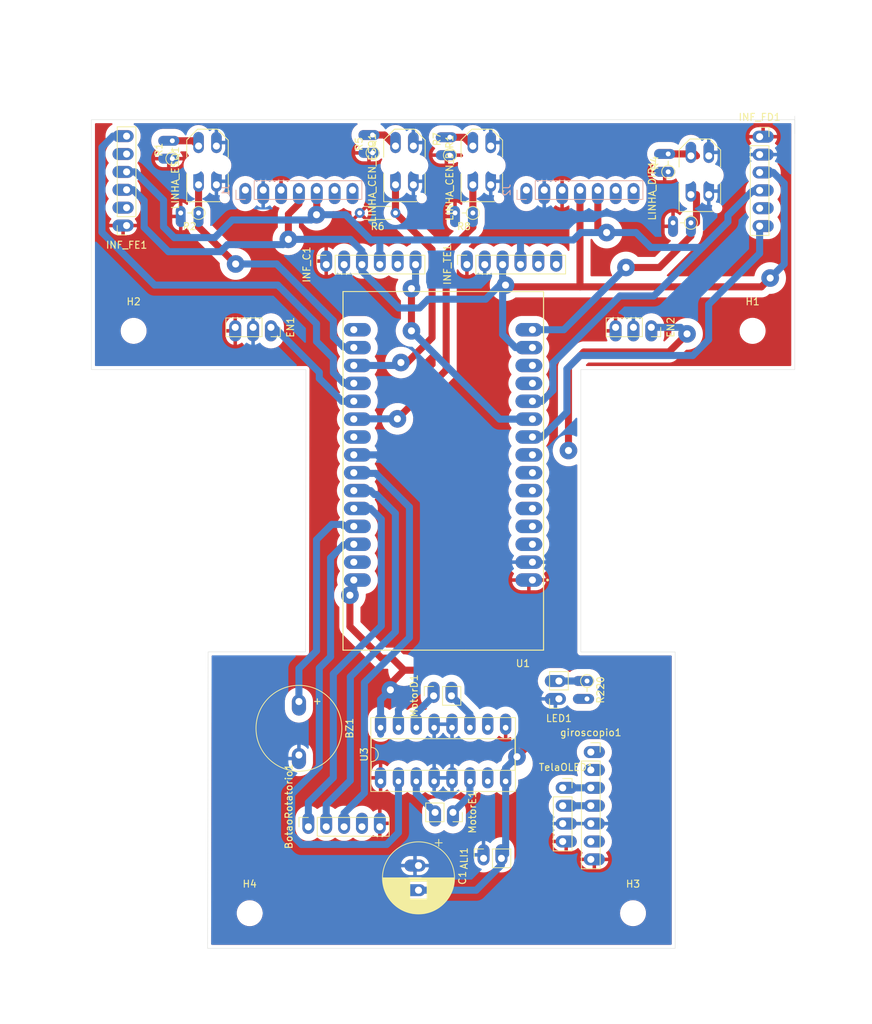
<source format=kicad_pcb>
(kicad_pcb (version 20241229) (generator "pcbnew") (generator_version "9.0")
  (layers (0 "F.Cu" signal) (2 "B.Cu" signal) (13 "F.Paste" user) (15 "B.Paste" user) (5 "F.SilkS" user "F.Silkscreen") (7 "B.SilkS" user "B.Silkscreen") (1 "F.Mask" user) (3 "B.Mask" user) (25 "Edge.Cuts" user))
  (net 0 "")
  (net 1 "KEY")
  (net 2 "S1")
  (net 3 "GND")
  (net 4 "S2")
  (net 5 "OUTE")
  (net 6 "OUTD")
  (net 7 "SDA")
  (net 8 "SCL")
  (net 9 "Net-(LINHA_ESQ1-PadA)")
  (net 10 "LE")
  (net 11 "LD")
  (net 12 "Net-(LINHA_DIR1-PadA)")
  (net 13 "Net-(LINHA_CEN_ESQ1-PadA)")
  (net 14 "CE")
  (net 15 "Net-(LINHA_CEN_DIR1-PadA)")
  (net 16 "CD")
  (net 23 "OUT3")
  (net 24 "IN3")
  (net 25 "IN2")
  (net 26 "IN4")
  (net 27 "IN1")
  (net 28 "OUT2")
  (net 29 "VIN")
  (net 30 "OUT1")
  (net 31 "OUT4")
  (net 33 "INF_FD")
  (net 34 "INF_FE")
  (net 35 "INF_TD")
  (net 36 "INF_TE")
  (net 41 "LED")
  (net 42 "Net-(LED1-Pin_2)")
  (net 43 "BUZZ")
  (net 44 "3.3V")
  (net 47 "INF_D")
  (footprint "Connector_PinSocket_2.54mm:PinSocket_1x04_P2.54mm_Vertical" (layer "F.Cu") (at 174.5 128.42)
    (property "Reference" "TelaOLED1" (at 0.5 -2.92 0) (layer "F.SilkS"))
    (property "Value" "Conn_01x04_Socket" (hide yes))
    (pad "1" thru_hole oval (at 0 0) (size 3 1.7) (drill 1 (offset 0.5 0)) (layers "*.Cu" "*.Mask") (net 7 "SDA"))
    (pad "2" thru_hole oval (at 0 2.54) (size 3 1.7) (drill 1 (offset 0.5 0)) (layers "*.Cu" "*.Mask") (net 8 "SCL"))
    (pad "3" thru_hole oval (at 0 5.08) (size 3 1.7) (drill 1 (offset 0.5 0)) (layers "*.Cu" "*.Mask") (net 3 "GND"))
    (pad "4" thru_hole oval (at 0 7.62) (size 3 1.7) (drill 1 (offset 0.5 0)) (layers "*.Cu" "*.Mask") (net 44 "3.3V"))
  )
  (footprint "IFSUL Camaquã:MODULE_ESP32_DEVKIT_V1_30_PIN" (layer "F.Cu") (at 157.5 83.385 180)
    (property "Reference" "U1" (at -11.355 -27.36 0) (layer "F.SilkS"))
    (property "Value" "ESP32-DEVKIT-V1")
    (pad "1" thru_hole oval (at -12.7 -15.515 180) (size 3.81 1.905) (drill 1 (offset 0.508 0)) (layers "*.Cu" "*.Mask") (net 44 "3.3V"))
    (pad "2" thru_hole oval (at -12.7 -12.975 180) (size 3.81 1.905) (drill 1 (offset 0.508 0)) (layers "*.Cu" "*.Mask") (net 3 "GND"))
    (pad "3" thru_hole oval (at -12.7 -10.435 180) (size 3.81 1.905) (drill 1 (offset 0.508 0)) (layers "*.Cu" "*.Mask"))
    (pad "4" thru_hole oval (at -12.7 -7.895 180) (size 3.81 1.905) (drill 1 (offset 0.508 0)) (layers "*.Cu" "*.Mask"))
    (pad "5" thru_hole oval (at -12.7 -5.355 180) (size 3.81 1.905) (drill 1 (offset 0.508 0)) (layers "*.Cu" "*.Mask"))
    (pad "6" thru_hole oval (at -12.7 -2.815 180) (size 3.81 1.905) (drill 1 (offset 0.508 0)) (layers "*.Cu" "*.Mask") (net 35 "INF_TD"))
    (pad "7" thru_hole oval (at -12.7 -0.275 180) (size 3.81 1.905) (drill 1 (offset 0.508 0)) (layers "*.Cu" "*.Mask") (net 25 "IN2"))
    (pad "8" thru_hole oval (at -12.7 2.265 180) (size 3.81 1.905) (drill 1 (offset 0.508 0)) (layers "*.Cu" "*.Mask") (net 24 "IN3"))
    (pad "9" thru_hole oval (at -12.7 4.805 180) (size 3.81 1.905) (drill 1 (offset 0.508 0)) (layers "*.Cu" "*.Mask") (net 47 "INF_D"))
    (pad "10" thru_hole oval (at -12.7 7.345 180) (size 3.81 1.905) (drill 1 (offset 0.508 0)) (layers "*.Cu" "*.Mask") (net 33 "INF_FD"))
    (pad "11" thru_hole oval (at -12.7 9.885 180) (size 3.81 1.905) (drill 1 (offset 0.508 0)) (layers "*.Cu" "*.Mask") (net 7 "SDA"))
    (pad "12" thru_hole oval (at -12.7 12.425 180) (size 3.81 1.905) (drill 1 (offset 0.508 0)) (layers "*.Cu" "*.Mask"))
    (pad "13" thru_hole oval (at -12.7 14.965 180) (size 3.81 1.905) (drill 1 (offset 0.508 0)) (layers "*.Cu" "*.Mask"))
    (pad "14" thru_hole oval (at -12.7 17.505 180) (size 3.81 1.905) (drill 1 (offset 0.508 0)) (layers "*.Cu" "*.Mask") (net 8 "SCL"))
    (pad "15" thru_hole oval (at -12.7 20.045 180) (size 3.81 1.905) (drill 1 (offset 0.508 0)) (layers "*.Cu" "*.Mask") (net 11 "LD"))
    (pad "16" thru_hole oval (at 12.7 20.045 180) (size 3.81 1.905) (drill 1 (offset -0.508 0)) (layers "*.Cu" "*.Mask"))
    (pad "17" thru_hole oval (at 12.7 17.505 180) (size 3.81 1.905) (drill 1 (offset -0.508 0)) (layers "*.Cu" "*.Mask") (net 10 "LE"))
    (pad "18" thru_hole oval (at 12.7 14.965 180) (size 3.81 1.905) (drill 1 (offset -0.508 0)) (layers "*.Cu" "*.Mask") (net 14 "CE"))
    (pad "19" thru_hole oval (at 12.7 12.425 180) (size 3.81 1.905) (drill 1 (offset -0.508 0)) (layers "*.Cu" "*.Mask") (net 36 "INF_TE"))
    (pad "20" thru_hole oval (at 12.7 9.885 180) (size 3.81 1.905) (drill 1 (offset -0.508 0)) (layers "*.Cu" "*.Mask") (net 5 "OUTE"))
    (pad "21" thru_hole oval (at 12.7 7.345 180) (size 3.81 1.905) (drill 1 (offset -0.508 0)) (layers "*.Cu" "*.Mask") (net 16 "CD"))
    (pad "22" thru_hole oval (at 12.7 4.805 180) (size 3.81 1.905) (drill 1 (offset -0.508 0)) (layers "*.Cu" "*.Mask"))
    (pad "23" thru_hole oval (at 12.7 2.265 180) (size 3.81 1.905) (drill 1 (offset -0.508 0)) (layers "*.Cu" "*.Mask") (net 26 "IN4"))
    (pad "24" thru_hole oval (at 12.7 -0.275 180) (size 3.81 1.905) (drill 1 (offset -0.508 0)) (layers "*.Cu" "*.Mask") (net 2 "S1"))
    (pad "25" thru_hole oval (at 12.7 -2.815 180) (size 3.81 1.905) (drill 1 (offset -0.508 0)) (layers "*.Cu" "*.Mask") (net 4 "S2"))
    (pad "26" thru_hole oval (at 12.7 -5.355 180) (size 3.81 1.905) (drill 1 (offset -0.508 0)) (layers "*.Cu" "*.Mask") (net 43 "BUZZ"))
    (pad "27" thru_hole oval (at 12.7 -7.895 180) (size 3.81 1.905) (drill 1 (offset -0.508 0)) (layers "*.Cu" "*.Mask") (net 1 "KEY"))
    (pad "28" thru_hole oval (at 12.7 -10.435 180) (size 3.81 1.905) (drill 1 (offset -0.508 0)) (layers "*.Cu" "*.Mask") (net 27 "IN1"))
    (pad "29" thru_hole oval (at 12.7 -12.975 180) (size 3.81 1.905) (drill 1 (offset -0.508 0)) (layers "*.Cu" "*.Mask") (net 3 "GND"))
    (pad "30" thru_hole oval (at 12.7 -15.515 180) (size 3.81 1.905) (drill 1 (offset -0.508 0)) (layers "*.Cu" "*.Mask") (net 29 "VIN"))
  )
  (footprint "Connector_PinSocket_2.54mm:PinSocket_1x03_P2.54mm_Vertical" (layer "F.Cu") (at 133.025 63 -90)
    (property "Reference" "EN1" (at 0 -2.77 90) (layer "F.SilkS"))
    (property "Value" "Conn_01x03_Socket")
    (pad "1" thru_hole oval (at 0 0 270) (size 3 1.7) (drill 1 (offset 0.5 0)) (layers "*.Cu" "*.Mask") (net 5 "OUTE"))
    (pad "2" thru_hole oval (at 0 2.54 270) (size 3 1.7) (drill 1 (offset 0.5 0)) (layers "*.Cu" "*.Mask") (net 3 "GND"))
    (pad "3" thru_hole oval (at 0 5.08 270) (size 3 1.7) (drill 1 (offset 0.5 0)) (layers "*.Cu" "*.Mask") (net 44 "3.3V"))
  )
  (footprint "IFSUL Camaquã:OPTO_TCRT5000" (layer "F.Cu") (at 124 40 90)
    (property "Reference" "LINHA_ESQ1" (at -1.76355 -4.57476 90) (layer "F.SilkS") (effects (font (size 1.004126 1.004126))))
    (property "Value" "LINHA_ESQ")
    (pad "" np_thru_hole circle (at -4.65 2.45 90) (size 1 1) (drill 1) (layers "*.Cu" "*.Mask"))
    (pad "" np_thru_hole circle (at 0 -1.9 90) (size 2.5 2.5) (drill 2.5) (layers "*.Cu" "*.Mask"))
    (pad "" np_thru_hole circle (at 0 1.9 90) (size 2.5 2.5) (drill 2.5) (layers "*.Cu" "*.Mask"))
    (pad "A" thru_hole oval (at 2.75 -1.27 90) (size 3 1.5) (drill 1 (offset 0.5 0)) (layers "*.Cu" "*.Mask") (net 9 "Net-(LINHA_ESQ1-PadA)"))
    (pad "CATH" thru_hole oval (at 2.75 1.27 90) (size 3 1.5) (drill 1 (offset 0.5 0)) (layers "*.Cu" "*.Mask") (net 3 "GND"))
    (pad "COLL" thru_hole oval (at -2.75 -1.27 90) (size 3 1.5) (drill 1 (offset 0.5 0)) (layers "*.Cu" "*.Mask") (net 10 "LE"))
    (pad "E" thru_hole oval (at -2.75 1.27 90) (size 3 1.5) (drill 1 (offset 0.5 0)) (layers "*.Cu" "*.Mask") (net 3 "GND"))
  )
  (footprint "Connector_PinSocket_2.54mm:PinSocket_1x06_P2.54mm_Vertical" (layer "F.Cu") (at 202.5 35.92)
    (property "Reference" "INF_FD1" (at 0 -2.77 0) (layer "F.SilkS"))
    (property "Value" "Conn_01x06_Socket")
    (pad "1" thru_hole oval (at 0 0) (size 3 1.7) (drill 1 (offset 0.5 0)) (layers "*.Cu" "*.Mask") (net 44 "3.3V"))
    (pad "2" thru_hole oval (at 0 2.54) (size 3 1.7) (drill 1 (offset 0.5 0)) (layers "*.Cu" "*.Mask") (net 3 "GND"))
    (pad "3" thru_hole oval (at 0 5.08) (size 3 1.7) (drill 1 (offset 0.5 0)) (layers "*.Cu" "*.Mask") (net 8 "SCL"))
    (pad "4" thru_hole oval (at 0 7.62) (size 3 1.7) (drill 1 (offset 0.5 0)) (layers "*.Cu" "*.Mask") (net 7 "SDA"))
    (pad "5" thru_hole oval (at 0 10.16) (size 3 1.7) (drill 1 (offset 0.5 0)) (layers "*.Cu" "*.Mask"))
    (pad "6" thru_hole oval (at 0 12.7) (size 3 1.7) (drill 1 (offset 0.5 0)) (layers "*.Cu" "*.Mask") (net 47 "INF_D"))
  )
  (footprint "Connector_PinSocket_2.54mm:PinSocket_1x06_P2.54mm_Vertical" (layer "F.Cu") (at 112.5 48.54 180)
    (property "Reference" "INF_FE1" (at 0 -2.77 0) (layer "F.SilkS"))
    (property "Value" "Conn_01x06_Socket")
    (pad "1" thru_hole oval (at 0 0 180) (size 3 1.7) (drill 1 (offset 0.5 0)) (layers "*.Cu" "*.Mask") (net 44 "3.3V"))
    (pad "2" thru_hole oval (at 0 2.54 180) (size 3 1.7) (drill 1 (offset 0.5 0)) (layers "*.Cu" "*.Mask") (net 3 "GND"))
    (pad "3" thru_hole oval (at 0 5.08 180) (size 3 1.7) (drill 1 (offset 0.5 0)) (layers "*.Cu" "*.Mask") (net 8 "SCL"))
    (pad "4" thru_hole oval (at 0 7.62 180) (size 3 1.7) (drill 1 (offset 0.5 0)) (layers "*.Cu" "*.Mask") (net 7 "SDA"))
    (pad "5" thru_hole oval (at 0 10.16 180) (size 3 1.7) (drill 1 (offset 0.5 0)) (layers "*.Cu" "*.Mask"))
    (pad "6" thru_hole oval (at 0 12.7 180) (size 3 1.7) (drill 1 (offset 0.5 0)) (layers "*.Cu" "*.Mask") (net 36 "INF_TE"))
  )
  (footprint "MountingHole:MountingHole_3.2mm_M3" (layer "F.Cu") (at 184.5 146.225)
    (property "Reference" "H3" (at 0 -4.15 0) (layer "F.SilkS"))
    (property "Value" "MountingHole")
    (pad "" np_thru_hole circle (at 0 0) (size 3.2 3.2) (drill 3.2) (layers "*.Cu" "*.Mask"))
  )
  (footprint "Package_DIP:CERDIP-16_W7.62mm_SideBrazed_LongPads_Socket" (layer "F.Cu") (at 148.61 127.4975 90)
    (property "Reference" "U3" (at 3.81 -2.33 90) (layer "F.SilkS"))
    (property "Value" "L293D" (hide yes))
    (pad "1" thru_hole oval (at 0 0 90) (size 3 1.6) (drill 0.8 (offset 0.5 0)) (layers "*.Cu" "*.Mask") (net 44 "3.3V"))
    (pad "2" thru_hole oval (at 0 2.54 90) (size 3 1.6) (drill 0.8 (offset 0.5 0)) (layers "*.Cu" "*.Mask") (net 27 "IN1"))
    (pad "3" thru_hole oval (at 0 5.08 90) (size 3 1.6) (drill 0.8 (offset 0.5 0)) (layers "*.Cu" "*.Mask") (net 30 "OUT1"))
    (pad "4" thru_hole oval (at 0 7.62 90) (size 3 1.6) (drill 0.8 (offset 0.5 0)) (layers "*.Cu" "*.Mask") (net 3 "GND"))
    (pad "5" thru_hole oval (at 0 10.16 90) (size 3 1.6) (drill 0.8 (offset 0.5 0)) (layers "*.Cu" "*.Mask") (net 3 "GND"))
    (pad "6" thru_hole oval (at 0 12.7 90) (size 3 1.6) (drill 0.8 (offset 0.5 0)) (layers "*.Cu" "*.Mask") (net 28 "OUT2"))
    (pad "7" thru_hole oval (at 0 15.24 90) (size 3 1.6) (drill 0.8 (offset 0.5 0)) (layers "*.Cu" "*.Mask") (net 25 "IN2"))
    (pad "8" thru_hole oval (at 0 17.78 90) (size 3 1.6) (drill 0.8 (offset 0.5 0)) (layers "*.Cu" "*.Mask") (net 29 "VIN"))
    (pad "9" thru_hole oval (at 7.62 17.78 90) (size 3 1.6) (drill 0.8 (offset 0.5 0)) (layers "*.Cu" "*.Mask") (net 44 "3.3V"))
    (pad "10" thru_hole oval (at 7.62 15.24 90) (size 3 1.6) (drill 0.8 (offset 0.5 0)) (layers "*.Cu" "*.Mask") (net 24 "IN3"))
    (pad "11" thru_hole oval (at 7.62 12.7 90) (size 3 1.6) (drill 0.8 (offset 0.5 0)) (layers "*.Cu" "*.Mask") (net 23 "OUT3"))
    (pad "12" thru_hole oval (at 7.62 10.16 90) (size 3 1.6) (drill 0.8 (offset 0.5 0)) (layers "*.Cu" "*.Mask") (net 3 "GND"))
    (pad "13" thru_hole oval (at 7.62 7.62 90) (size 3 1.6) (drill 0.8 (offset 0.5 0)) (layers "*.Cu" "*.Mask") (net 3 "GND"))
    (pad "14" thru_hole oval (at 7.62 5.08 90) (size 3 1.6) (drill 0.8 (offset 0.5 0)) (layers "*.Cu" "*.Mask") (net 31 "OUT4"))
    (pad "15" thru_hole oval (at 7.62 2.54 90) (size 3 1.6) (drill 0.8 (offset 0.5 0)) (layers "*.Cu" "*.Mask") (net 26 "IN4"))
    (pad "16" thru_hole oval (at 7.62 0 90) (size 3 1.6) (drill 0.8 (offset 0.5 0)) (layers "*.Cu" "*.Mask") (net 29 "VIN"))
  )
  (footprint "Connector_PinSocket_2.54mm:PinSocket_1x05_P2.54mm_Vertical" (layer "F.Cu") (at 138.34 133.96 90)
    (property "Reference" "BotaoRotatorio1" (at 2.9 -2.77 90) (layer "F.SilkS"))
    (property "Value" "Conn_01x05_Socket" (hide yes))
    (pad "1" thru_hole oval (at 0 0 90) (size 3 1.7) (drill 1 (offset 0.5 0)) (layers "*.Cu" "*.Mask") (net 1 "KEY"))
    (pad "2" thru_hole oval (at 0 2.54 90) (size 3 1.7) (drill 1 (offset 0.5 0)) (layers "*.Cu" "*.Mask") (net 4 "S2"))
    (pad "3" thru_hole oval (at 0 5.08 90) (size 3 1.7) (drill 1 (offset 0.5 0)) (layers "*.Cu" "*.Mask") (net 2 "S1"))
    (pad "4" thru_hole oval (at 0 7.62 90) (size 3 1.7) (drill 1 (offset 0.5 0)) (layers "*.Cu" "*.Mask") (net 3 "GND"))
    (pad "5" thru_hole oval (at 0 10.16 90) (size 3 1.7) (drill 1 (offset 0.5 0)) (layers "*.Cu" "*.Mask") (net 44 "3.3V"))
  )
  (footprint "Connector_PinSocket_2.54mm:PinSocket_1x03_P2.54mm_Vertical" (layer "F.Cu") (at 187.1 63 -90)
    (property "Reference" "EN2" (at 0 -2.77 90) (layer "F.SilkS"))
    (property "Value" "Conn_01x03_Socket")
    (pad "1" thru_hole oval (at 0 0 270) (size 3 1.7) (drill 1 (offset 0.5 0)) (layers "*.Cu" "*.Mask") (net 6 "OUTD"))
    (pad "2" thru_hole oval (at 0 2.54 270) (size 3 1.7) (drill 1 (offset 0.5 0)) (layers "*.Cu" "*.Mask") (net 3 "GND"))
    (pad "3" thru_hole oval (at 0 5.08 270) (size 3 1.7) (drill 1 (offset 0.5 0)) (layers "*.Cu" "*.Mask") (net 44 "3.3V"))
  )
  (footprint "IFSUL Camaquã:OPTO_TCRT5000" (layer "F.Cu") (at 163 40 90)
    (property "Reference" "LINHA_CEN_DIR1" (at -1.76355 -4.57476 90) (layer "F.SilkS") (effects (font (size 1.004126 1.004126))))
    (property "Value" "~")
    (pad "" np_thru_hole circle (at -4.65 2.45 90) (size 1 1) (drill 1) (layers "*.Cu" "*.Mask"))
    (pad "" np_thru_hole circle (at 0 -1.9 90) (size 2.5 2.5) (drill 2.5) (layers "*.Cu" "*.Mask"))
    (pad "" np_thru_hole circle (at 0 1.9 90) (size 2.5 2.5) (drill 2.5) (layers "*.Cu" "*.Mask"))
    (pad "A" thru_hole oval (at 2.75 -1.27 90) (size 3 1.5) (drill 1 (offset 0.5 0)) (layers "*.Cu" "*.Mask") (net 15 "Net-(LINHA_CEN_DIR1-PadA)"))
    (pad "CATH" thru_hole oval (at 2.75 1.27 90) (size 3 1.5) (drill 1 (offset 0.5 0)) (layers "*.Cu" "*.Mask") (net 3 "GND"))
    (pad "COLL" thru_hole oval (at -2.75 -1.27 90) (size 3 1.5) (drill 1 (offset 0.5 0)) (layers "*.Cu" "*.Mask") (net 16 "CD"))
    (pad "E" thru_hole oval (at -2.75 1.27 90) (size 3 1.5) (drill 1 (offset 0.5 0)) (layers "*.Cu" "*.Mask") (net 3 "GND"))
  )
  (footprint "Resistor_THT:R_Axial_DIN0204_L3.6mm_D1.6mm_P2.54mm_Vertical" (layer "F.Cu") (at 119 39.04 90)
    (property "Reference" "R1" (at 1.27 -1.92 90) (layer "F.SilkS"))
    (property "Value" "150")
    (pad "1" thru_hole oval (at 0 0 90) (size 1.4 3) (drill 0.7 (offset 0 -0.5)) (layers "*.Cu" "*.Mask") (net 44 "3.3V"))
    (pad "2" thru_hole oval (at 2.54 0 90) (size 1.4 3) (drill 0.7 (offset 0 -0.5)) (layers "*.Cu" "*.Mask") (net 9 "Net-(LINHA_ESQ1-PadA)"))
  )
  (footprint "Resistor_THT:R_Axial_DIN0204_L3.6mm_D1.6mm_P2.54mm_Vertical" (layer "F.Cu") (at 147.4625 38.22 90)
    (property "Reference" "R5" (at 1.27 -1.92 90) (layer "F.SilkS"))
    (property "Value" "150")
    (pad "1" thru_hole oval (at 0 0 90) (size 1.4 3) (drill 0.7 (offset 0 -0.5)) (layers "*.Cu" "*.Mask") (net 44 "3.3V"))
    (pad "2" thru_hole oval (at 2.54 0 90) (size 1.4 3) (drill 0.7 (offset 0 -0.5)) (layers "*.Cu" "*.Mask") (net 13 "Net-(LINHA_CEN_ESQ1-PadA)"))
  )
  (footprint "IFSUL Camaquã:OPTO_TCRT5000" (layer "F.Cu") (at 152 40 90)
    (property "Reference" "LINHA_CEN_ESQ1" (at -1.76355 -4.57476 90) (layer "F.SilkS") (effects (font (size 1.004126 1.004126))))
    (property "Value" "~")
    (pad "" np_thru_hole circle (at -4.65 2.45 90) (size 1 1) (drill 1) (layers "*.Cu" "*.Mask"))
    (pad "" np_thru_hole circle (at 0 -1.9 90) (size 2.5 2.5) (drill 2.5) (layers "*.Cu" "*.Mask"))
    (pad "" np_thru_hole circle (at 0 1.9 90) (size 2.5 2.5) (drill 2.5) (layers "*.Cu" "*.Mask"))
    (pad "A" thru_hole oval (at 2.75 -1.27 90) (size 3 1.5) (drill 1 (offset 0.5 0)) (layers "*.Cu" "*.Mask") (net 13 "Net-(LINHA_CEN_ESQ1-PadA)"))
    (pad "CATH" thru_hole oval (at 2.75 1.27 90) (size 3 1.5) (drill 1 (offset 0.5 0)) (layers "*.Cu" "*.Mask") (net 3 "GND"))
    (pad "COLL" thru_hole oval (at -2.75 -1.27 90) (size 3 1.5) (drill 1 (offset 0.5 0)) (layers "*.Cu" "*.Mask") (net 14 "CE"))
    (pad "E" thru_hole oval (at -2.75 1.27 90) (size 3 1.5) (drill 1 (offset 0.5 0)) (layers "*.Cu" "*.Mask") (net 3 "GND"))
  )
  (footprint "Connector_PinSocket_2.54mm:PinSocket_1x02_P2.54mm_Vertical" (layer "F.Cu") (at 156.15 115.3525 90)
    (property "Reference" "MotorD1" (at 0 -2.77 90) (layer "F.SilkS"))
    (property "Value" "Conn_01x02_Socket")
    (pad "1" thru_hole oval (at 0 0 90) (size 3 1.7) (drill 1 (offset 0.5 0)) (layers "*.Cu" "*.Mask") (net 31 "OUT4"))
    (pad "2" thru_hole oval (at 0 2.54 90) (size 3 1.7) (drill 1 (offset 0.5 0)) (layers "*.Cu" "*.Mask") (net 23 "OUT3"))
  )
  (footprint "Connector_PinSocket_2.54mm:PinSocket_1x02_P2.54mm_Vertical" (layer "F.Cu") (at 163.25 138.435 90)
    (property "Reference" "ALI1" (at 0 -2.77 90) (layer "F.SilkS"))
    (property "Value" "Conn_01x02_Socket")
    (pad "1" thru_hole oval (at 0 0 90) (size 3 1.7) (drill 1 (offset 0.5 0)) (layers "*.Cu" "*.Mask") (net 3 "GND"))
    (pad "2" thru_hole oval (at 0 2.54 90) (size 3 1.7) (drill 1 (offset 0.5 0)) (layers "*.Cu" "*.Mask") (net 29 "VIN"))
  )
  (footprint "Resistor_THT:R_Axial_DIN0204_L3.6mm_D1.6mm_P2.54mm_Vertical" (layer "F.Cu") (at 122.73 46.75 180)
    (property "Reference" "R2" (at 1.27 -1.92 0) (layer "F.SilkS"))
    (property "Value" "10K")
    (pad "1" thru_hole oval (at 0 0 180) (size 1.4 3) (drill 0.7 (offset 0 -0.5)) (layers "*.Cu" "*.Mask") (net 10 "LE"))
    (pad "2" thru_hole oval (at 2.54 0 180) (size 1.4 3) (drill 0.7 (offset 0 -0.5)) (layers "*.Cu" "*.Mask") (net 44 "3.3V"))
  )
  (footprint "MountingHole:MountingHole_3.2mm_M3" (layer "F.Cu") (at 130 146.225)
    (property "Reference" "H4" (at 0 -4.15 0) (layer "F.SilkS"))
    (property "Value" "MountingHole")
    (pad "" np_thru_hole circle (at 0 0) (size 3.2 3.2) (drill 3.2) (layers "*.Cu" "*.Mask"))
  )
  (footprint "MountingHole:MountingHole_3.2mm_M3" (layer "F.Cu") (at 113.5 63.5)
    (property "Reference" "H2" (at 0 -4.15 0) (layer "F.SilkS"))
    (property "Value" "MountingHole")
    (pad "" np_thru_hole circle (at 0 0) (size 3.2 3.2) (drill 3.2) (layers "*.Cu" "*.Mask"))
  )
  (footprint "Buzzer_Beeper:Buzzer_12x9.5RM7.6" (layer "F.Cu") (at 137 116.16 -90)
    (property "Reference" "BZ1" (at 3.8 -7.2 90) (layer "F.SilkS"))
    (property "Value" "Buzzer" (hide yes))
    (fp_text user "+" (at -0.01 -2.54 90) (layer "F.SilkS"))
    (pad "1" thru_hole oval (at 0 0 270) (size 3 2) (drill 1 (offset 0.5 0)) (layers "*.Cu" "*.Mask") (net 43 "BUZZ"))
    (pad "2" thru_hole oval (at 7.6 0 270) (size 3 2) (drill 1 (offset 0.5 0)) (layers "*.Cu" "*.Mask") (net 3 "GND"))
  )
  (footprint "Resistor_THT:R_Axial_DIN0204_L3.6mm_D1.6mm_P2.54mm_Vertical" (layer "F.Cu") (at 158.4625 38.54 90)
    (property "Reference" "R7" (at 2.27 -1.840159 90) (layer "F.SilkS"))
    (property "Value" "150")
    (pad "1" thru_hole oval (at 0 0 90) (size 1.4 3) (drill 0.7 (offset 0 -0.5)) (layers "*.Cu" "*.Mask") (net 44 "3.3V"))
    (pad "2" thru_hole oval (at 2.54 0 90) (size 1.4 3) (drill 0.7 (offset 0 -0.5)) (layers "*.Cu" "*.Mask") (net 15 "Net-(LINHA_CEN_DIR1-PadA)"))
  )
  (footprint "Resistor_THT:R_Axial_DIN0204_L3.6mm_D1.6mm_P2.54mm_Vertical" (layer "F.Cu") (at 192.73 48.147539 180)
    (property "Reference" "R3" (hide yes))
    (property "Value" "10K")
    (pad "1" thru_hole oval (at 0 0 180) (size 1.4 3) (drill 0.7 (offset 0 -0.5)) (layers "*.Cu" "*.Mask") (net 11 "LD"))
    (pad "2" thru_hole oval (at 2.54 0 180) (size 1.4 3) (drill 0.7 (offset 0 -0.5)) (layers "*.Cu" "*.Mask") (net 44 "3.3V"))
  )
  (footprint "MountingHole:MountingHole_3.2mm_M3" (layer "F.Cu") (at 201.5 63.5)
    (property "Reference" "H1" (at 0 -4.15 0) (layer "F.SilkS"))
    (property "Value" "MountingHole")
    (pad "" np_thru_hole circle (at 0 0) (size 3.2 3.2) (drill 3.2) (layers "*.Cu" "*.Mask"))
  )
  (footprint "Connector_PinSocket_2.54mm:PinSocket_1x06_P2.54mm_Vertical" (layer "F.Cu") (at 160.88 54.0875 90)
    (property "Reference" "INF_TE1" (at 0 -2.77 90) (layer "F.SilkS"))
    (property "Value" "Conn_01x06_Socket")
    (pad "1" thru_hole oval (at 0 0 90) (size 3 1.7) (drill 1 (offset 0.5 0)) (layers "*.Cu" "*.Mask") (net 44 "3.3V"))
    (pad "2" thru_hole oval (at 0 2.54 90) (size 3 1.7) (drill 1 (offset 0.5 0)) (layers "*.Cu" "*.Mask") (net 3 "GND"))
    (pad "3" thru_hole oval (at 0 5.08 90) (size 3 1.7) (drill 1 (offset 0.5 0)) (layers "*.Cu" "*.Mask") (net 8 "SCL"))
    (pad "4" thru_hole oval (at 0 7.62 90) (size 3 1.7) (drill 1 (offset 0.5 0)) (layers "*.Cu" "*.Mask") (net 7 "SDA"))
    (pad "5" thru_hole oval (at 0 10.16 90) (size 3 1.7) (drill 1 (offset 0.5 0)) (layers "*.Cu" "*.Mask"))
    (pad "6" thru_hole oval (at 0 12.7 90) (size 3 1.7) (drill 1 (offset 0.5 0)) (layers "*.Cu" "*.Mask") (net 34 "INF_FE"))
  )
  (footprint "Capacitor_THT:CP_Radial_D10.0mm_P3.50mm" (layer "F.Cu") (at 154 139.46 -90)
    (property "Reference" "C1" (at 1.75 -6.25 90) (layer "F.SilkS"))
    (property "Value" "C")
    (pad "1" thru_hole oval (at 0 0 270) (size 1.7 3) (drill 1 (offset 0 0.5)) (layers "*.Cu" "*.Mask") (net 3 "GND"))
    (pad "2" thru_hole oval (at 3.5 0 270) (size 1.7 3) (drill 1 (offset 0 0.5)) (layers "*.Cu" "*.Mask") (net 29 "VIN"))
  )
  (footprint "Resistor_THT:R_Axial_DIN0204_L3.6mm_D1.6mm_P2.54mm_Vertical" (layer "F.Cu") (at 161.73 46.75 180)
    (property "Reference" "R8" (at 1.27 -1.92 0) (layer "F.SilkS"))
    (property "Value" "10K")
    (pad "1" thru_hole oval (at 0 0 180) (size 1.4 3) (drill 0.7 (offset 0 -0.5)) (layers "*.Cu" "*.Mask") (net 16 "CD"))
    (pad "2" thru_hole oval (at 2.54 0 180) (size 1.4 3) (drill 0.7 (offset 0 -0.5)) (layers "*.Cu" "*.Mask") (net 44 "3.3V"))
  )
  (footprint "Connector_PinSocket_2.54mm:PinSocket_1x07_P2.54mm_Vertical" (layer "F.Cu") (at 178.5 123.34)
    (property "Reference" "giroscopio1" (at 0 -2.77 0) (layer "F.SilkS"))
    (property "Value" "Conn_01x07_Socket" (hide yes))
    (pad "1" thru_hole oval (at 0 0) (size 3 1.7) (drill 1 (offset 0.5 0)) (layers "*.Cu" "*.Mask"))
    (pad "2" thru_hole oval (at 0 2.54) (size 3 1.7) (drill 1 (offset 0.5 0)) (layers "*.Cu" "*.Mask"))
    (pad "3" thru_hole oval (at 0 5.08) (size 3 1.7) (drill 1 (offset 0.5 0)) (layers "*.Cu" "*.Mask") (net 7 "SDA"))
    (pad "4" thru_hole oval (at 0 7.62) (size 3 1.7) (drill 1 (offset 0.5 0)) (layers "*.Cu" "*.Mask") (net 8 "SCL"))
    (pad "5" thru_hole oval (at 0 10.16) (size 3 1.7) (drill 1 (offset 0.5 0)) (layers "*.Cu" "*.Mask") (net 3 "GND"))
    (pad "6" thru_hole oval (at 0 12.7) (size 3 1.7) (drill 1 (offset 0.5 0)) (layers "*.Cu" "*.Mask"))
    (pad "7" thru_hole oval (at 0 15.24) (size 3 1.7) (drill 1 (offset 0.5 0)) (layers "*.Cu" "*.Mask") (net 44 "3.3V"))
  )
  (footprint "IFSUL Camaquã:OPTO_TCRT5000" (layer "F.Cu") (at 194 41.397539 90)
    (property "Reference" "LINHA_DIR1" (at -2.176298 -6.77 90) (layer "F.SilkS") (effects (font (size 1.004126 1.004126))))
    (property "Value" "~" (hide yes))
    (pad "" np_thru_hole circle (at -4.65 2.45 90) (size 1 1) (drill 1) (layers "*.Cu" "*.Mask"))
    (pad "" np_thru_hole circle (at 0 -1.9 90) (size 2.5 2.5) (drill 2.5) (layers "*.Cu" "*.Mask"))
    (pad "" np_thru_hole circle (at 0 1.9 90) (size 2.5 2.5) (drill 2.5) (layers "*.Cu" "*.Mask"))
    (pad "A" thru_hole oval (at 2.75 -1.27 90) (size 3 1.5) (drill 1 (offset 0.5 0)) (layers "*.Cu" "*.Mask") (net 12 "Net-(LINHA_DIR1-PadA)"))
    (pad "CATH" thru_hole oval (at 2.75 1.27 90) (size 3 1.5) (drill 1 (offset 0.5 0)) (layers "*.Cu" "*.Mask") (net 3 "GND"))
    (pad "COLL" thru_hole oval (at -2.75 -1.27 90) (size 3 1.5) (drill 1 (offset 0.5 0)) (layers "*.Cu" "*.Mask") (net 11 "LD"))
    (pad "E" thru_hole oval (at -2.75 1.27 90) (size 3 1.5) (drill 1 (offset 0.5 0)) (layers "*.Cu" "*.Mask") (net 3 "GND"))
  )
  (footprint "Resistor_THT:R_Axial_DIN0204_L3.6mm_D1.6mm_P5.08mm_Horizontal" (layer "F.Cu") (at 150.73 46.75 180)
    (property "Reference" "R6" (at 2.54 -1.92 180) (layer "F.SilkS"))
    (property "Value" "10K")
    (pad "1" thru_hole circle (at 0 0 180) (size 1.4 1.4) (drill 0.7) (layers "*.Cu" "*.Mask") (net 14 "CE"))
    (pad "2" thru_hole circle (at 5.08 0 180) (size 1.4 1.4) (drill 0.7) (layers "*.Cu" "*.Mask") (net 44 "3.3V"))
  )
  (footprint "Connector_PinSocket_2.54mm:PinSocket_1x02_P2.54mm_Vertical" (layer "F.Cu") (at 173.9625 115.78 180)
    (property "Reference" "LED1" (at 0 -2.77 0) (layer "F.SilkS"))
    (property "Value" "Conn_01x02_Socket" (hide yes))
    (pad "1" thru_hole oval (at 0 0 180) (size 3 1.7) (drill 1 (offset 0.5 0)) (layers "*.Cu" "*.Mask") (net 3 "GND"))
    (pad "2" thru_hole oval (at 0 2.54 180) (size 3 1.7) (drill 1 (offset 0.5 0)) (layers "*.Cu" "*.Mask") (net 42 "Net-(LED1-Pin_2)"))
  )
  (footprint "Resistor_THT:R_Axial_DIN0204_L3.6mm_D1.6mm_P2.54mm_Vertical" (layer "F.Cu") (at 177.9625 113.24 -90)
    (property "Reference" "R220" (at 1.27 -1.92 90) (layer "F.SilkS"))
    (property "Value" "R")
    (pad "1" thru_hole oval (at 0 0 270) (size 1.4 3) (drill 0.7 (offset 0 0.5)) (layers "*.Cu" "*.Mask") (net 42 "Net-(LED1-Pin_2)"))
    (pad "2" thru_hole oval (at 2.54 0 270) (size 1.4 3) (drill 0.7 (offset 0 0.5)) (layers "*.Cu" "*.Mask") (net 41 "LED"))
  )
  (footprint "Connector_PinSocket_2.54mm:PinSocket_1x06_P2.54mm_Vertical" (layer "F.Cu") (at 140.88 54.0875 90)
    (property "Reference" "INF_C1" (at 0 -2.77 90) (layer "F.SilkS"))
    (property "Value" "Conn_01x06_Socket")
    (pad "1" thru_hole oval (at 0 0 90) (size 3 1.7) (drill 1 (offset 0.5 0)) (layers "*.Cu" "*.Mask") (net 44 "3.3V"))
    (pad "2" thru_hole oval (at 0 2.54 90) (size 3 1.7) (drill 1 (offset 0.5 0)) (layers "*.Cu" "*.Mask") (net 3 "GND"))
    (pad "3" thru_hole oval (at 0 5.08 90) (size 3 1.7) (drill 1 (offset 0.5 0)) (layers "*.Cu" "*.Mask") (net 8 "SCL"))
    (pad "4" thru_hole oval (at 0 7.62 90) (size 3 1.7) (drill 1 (offset 0.5 0)) (layers "*.Cu" "*.Mask") (net 7 "SDA"))
    (pad "5" thru_hole oval (at 0 10.16 90) (size 3 1.7) (drill 1 (offset 0.5 0)) (layers "*.Cu" "*.Mask"))
    (pad "6" thru_hole oval (at 0 12.7 90) (size 3 1.7) (drill 1 (offset 0.5 0)) (layers "*.Cu" "*.Mask") (net 33 "INF_FD"))
  )
  (footprint "Resistor_THT:R_Axial_DIN0204_L3.6mm_D1.6mm_P2.54mm_Vertical" (layer "F.Cu") (at 189.5 40.906615 90)
    (property "Reference" "R4" (at 1.27 -1.92 90) (layer "F.SilkS"))
    (property "Value" "150")
    (pad "1" thru_hole oval (at 0 0 90) (size 1.4 3) (drill 0.7 (offset 0 -0.5)) (layers "*.Cu" "*.Mask") (net 44 "3.3V"))
    (pad "2" thru_hole oval (at 2.54 0 90) (size 1.4 3) (drill 0.7 (offset 0 -0.5)) (layers "*.Cu" "*.Mask") (net 12 "Net-(LINHA_DIR1-PadA)"))
  )
  (footprint "Connector_PinSocket_2.54mm:PinSocket_1x02_P2.54mm_Vertical" (layer "F.Cu") (at 158.9 131.9025 -90)
    (property "Reference" "MotorE1" (at 0 -2.77 90) (layer "F.SilkS"))
    (property "Value" "Conn_01x02_Socket")
    (pad "1" thru_hole oval (at 0 0 270) (size 3 1.7) (drill 1 (offset 0.5 0)) (layers "*.Cu" "*.Mask") (net 28 "OUT2"))
    (pad "2" thru_hole oval (at 0 2.54 270) (size 3 1.7) (drill 1 (offset 0.5 0)) (layers "*.Cu" "*.Mask") (net 30 "OUT1"))
  )
  (footprint "Connector_PinSocket_2.54mm:PinSocket_1x07_P2.54mm_Vertical" (layer "B.Cu") (at 169.34 43.5 -90)
    (property "Reference" "J2" (at 0 2.77 90) (layer "B.SilkS") (effects (justify mirror)))
    (property "Value" "Conn_01x07_Socket")
    (pad "1" thru_hole oval (at 0 0 270) (size 3 1.7) (drill 1 (offset 0.5 0)) (layers "*.Cu" "*.Mask"))
    (pad "2" thru_hole oval (at 0 -2.54 270) (size 3 1.7) (drill 1 (offset 0.5 0)) (layers "*.Cu" "*.Mask") (net 3 "GND"))
    (pad "3" thru_hole oval (at 0 -5.08 270) (size 3 1.7) (drill 1 (offset 0.5 0)) (layers "*.Cu" "*.Mask") (net 44 "3.3V"))
    (pad "4" thru_hole oval (at 0 -7.62 270) (size 3 1.7) (drill 1 (offset 0.5 0)) (layers "*.Cu" "*.Mask") (net 8 "SCL"))
    (pad "5" thru_hole oval (at 0 -10.16 270) (size 3 1.7) (drill 1 (offset 0.5 0)) (layers "*.Cu" "*.Mask") (net 7 "SDA"))
    (pad "6" thru_hole oval (at 0 -12.7 270) (size 3 1.7) (drill 1 (offset 0.5 0)) (layers "*.Cu" "*.Mask"))
    (pad "7" thru_hole oval (at 0 -15.24 270) (size 3 1.7) (drill 1 (offset 0.5 0)) (layers "*.Cu" "*.Mask"))
  )
  (footprint "Connector_PinSocket_2.54mm:PinSocket_1x07_P2.54mm_Vertical" (layer "B.Cu") (at 129.38 43.5 -90)
    (property "Reference" "J1" (at 0 2.77 90) (layer "B.SilkS") (effects (justify mirror)))
    (property "Value" "Conn_01x07_Socket")
    (pad "1" thru_hole oval (at 0 0 270) (size 3 1.7) (drill 1 (offset 0.5 0)) (layers "*.Cu" "*.Mask"))
    (pad "2" thru_hole oval (at 0 -2.54 270) (size 3 1.7) (drill 1 (offset 0.5 0)) (layers "*.Cu" "*.Mask") (net 3 "GND"))
    (pad "3" thru_hole oval (at 0 -5.08 270) (size 3 1.7) (drill 1 (offset 0.5 0)) (layers "*.Cu" "*.Mask") (net 44 "3.3V"))
    (pad "4" thru_hole oval (at 0 -7.62 270) (size 3 1.7) (drill 1 (offset 0.5 0)) (layers "*.Cu" "*.Mask") (net 8 "SCL"))
    (pad "5" thru_hole oval (at 0 -10.16 270) (size 3 1.7) (drill 1 (offset 0.5 0)) (layers "*.Cu" "*.Mask") (net 7 "SDA"))
    (pad "6" thru_hole oval (at 0 -12.7 270) (size 3 1.7) (drill 1 (offset 0.5 0)) (layers "*.Cu" "*.Mask"))
    (pad "7" thru_hole oval (at 0 -15.24 270) (size 3 1.7) (drill 1 (offset 0.5 0)) (layers "*.Cu" "*.Mask"))
  )
  (gr_poly (pts (xy 107.5 33.5) (xy 207.5 33.5) (xy 207.5 69) (xy 177.075 69) (xy 177.075 109.116994) (xy 190.5 109.116994) (xy 190.5 151.225) (xy 124.016072 151.225) (xy 124.091286 109.104881) (xy 137.938896 109.104881) (xy 138 69) (xy 107.5 69)) (stroke (width 0.05)) (fill no) (layer "Edge.Cuts"))
  (gr_line (start 207.5 33) (end 207.5 35.5) (stroke (width 0.05)) (layer "Edge.Cuts"))
  (segment (start 138.34 130.503144) (end 141.893663 126.949481) (width 1) (layer "B.Cu") (net 1))
  (segment (start 141.893663 126.949481) (end 141.893663 112.221117) (width 1) (layer "B.Cu") (net 1))
  (segment (start 138.34 133.96) (end 138.34 130.503144) (width 1) (layer "B.Cu") (net 1))
  (segment (start 148.714 90.263727) (end 147.190273 88.74) (width 1) (layer "B.Cu") (net 1))
  (segment (start 141.893663 112.221117) (end 148.714 105.40078) (width 1) (layer "B.Cu") (net 1))
  (segment (start 147.190273 88.74) (end 144.8 88.74) (width 1) (layer "B.Cu") (net 1))
  (segment (start 148.714 105.40078) (end 148.714 90.263727) (width 1) (layer "B.Cu") (net 1))
  (segment (start 146.309 129.136184) (end 146.309 128.192413) (width 1) (layer "B.Cu") (net 2))
  (segment (start 152.716 88.543014) (end 147.919486 83.7465) (width 1) (layer "B.Cu") (net 2))
  (segment (start 150.818395 108.956068) (end 152.716 107.058462) (width 1) (layer "B.Cu") (net 2))
  (segment (start 152.716 107.058462) (end 152.716 88.543014) (width 1) (layer "B.Cu") (net 2))
  (segment (start 150.816981 108.956068) (end 150.818395 108.956068) (width 1) (layer "B.Cu") (net 2))
  (segment (start 144.8865 83.7465) (end 144.8 83.66) (width 1) (layer "B.Cu") (net 2))
  (segment (start 146.61 113.163049) (end 150.816981 108.956068) (width 1) (layer "B.Cu") (net 2))
  (segment (start 146.31 128.191413) (end 146.31 113.464462) (width 1) (layer "B.Cu") (net 2))
  (segment (start 143.42 133.96) (end 143.42 132.025184) (width 1) (layer "B.Cu") (net 2))
  (segment (start 147.919486 83.7465) (end 144.8865 83.7465) (width 1) (layer "B.Cu") (net 2))
  (segment (start 143.42 132.025184) (end 146.309 129.136184) (width 1) (layer "B.Cu") (net 2))
  (segment (start 146.31 113.464462) (end 146.61 113.164462) (width 1) (layer "B.Cu") (net 2))
  (segment (start 146.61 113.164462) (end 146.61 113.163049) (width 1) (layer "B.Cu") (net 2))
  (segment (start 146.309 128.192413) (end 146.31 128.191413) (width 1) (layer "B.Cu") (net 2))
  (segment (start 150.715 106.229621) (end 150.715 89.434885) (width 1) (layer "B.Cu") (net 4))
  (segment (start 144.309 127.362572) (end 144.309 112.635621) (width 1) (layer "B.Cu") (net 4))
  (segment (start 147.729273 86.739) (end 147.190273 86.2) (width 1) (layer "B.Cu") (net 4))
  (segment (start 148.019114 86.739) (end 147.729273 86.739) (width 1) (layer "B.Cu") (net 4))
  (segment (start 140.88 133.96) (end 140.88 130.792986) (width 1) (layer "B.Cu") (net 4))
  (segment (start 144.309 112.635621) (end 150.715 106.229621) (width 1) (layer "B.Cu") (net 4))
  (segment (start 143.894663 127.778322) (end 143.894663 127.776909) (width 1) (layer "B.Cu") (net 4))
  (segment (start 140.88 130.792986) (end 143.894663 127.778322) (width 1) (layer "B.Cu") (net 4))
  (segment (start 150.715 89.434885) (end 148.019114 86.739) (width 1) (layer "B.Cu") (net 4))
  (segment (start 143.894663 127.776909) (end 144.309 127.362572) (width 1) (layer "B.Cu") (net 4))
  (segment (start 147.190273 86.2) (end 144.8 86.2) (width 1) (layer "B.Cu") (net 4))
  (segment (start 139.9 69.4) (end 139.9 70.264115) (width 1) (layer "B.Cu") (net 5))
  (segment (start 133.025 63) (end 133.5 63) (width 1) (layer "B.Cu") (net 5))
  (segment (start 133.5 63) (end 139.9 69.4) (width 1) (layer "B.Cu") (net 5))
  (segment (start 143.135885 73.5) (end 144.8 73.5) (width 1) (layer "B.Cu") (net 5))
  (segment (start 139.9 70.264115) (end 143.135885 73.5) (width 1) (layer "B.Cu") (net 5))
  (segment (start 175.325 68.675) (end 177.5 66.5) (width 1) (layer "F.Cu") (net 6))
  (segment (start 177.5 66.5) (end 189.610912 66.5) (width 1) (layer "F.Cu") (net 6))
  (segment (start 189.610912 66.5) (end 192.180456 63.930456) (width 1) (layer "F.Cu") (net 6))
  (segment (start 175.325 80.5) (end 175.325 68.675) (width 1) (layer "F.Cu") (net 6))
  (via (at 192.180456 63.930456) (size 2.5) (drill 1) (layers "F.Cu" "B.Cu") (net 6))
  (via (at 175.325 80.5) (size 2.5) (drill 1) (layers "F.Cu" "B.Cu") (net 6))
  (segment (start 191.25 63) (end 192.180456 63.930456) (width 1) (layer "B.Cu") (net 6))
  (segment (start 187.1 63) (end 191.25 63) (width 1) (layer "B.Cu") (net 6))
  (segment (start 139.54 46.96) (end 139.5 47) (width 1) (layer "F.Cu") (net 7))
  (segment (start 139.54 43.5) (end 139.54 46.96) (width 1) (layer "F.Cu") (net 7))
  (segment (start 179.5 43.5) (end 179.5 49.174611) (width 1) (layer "F.Cu") (net 7))
  (segment (start 179.5 49.174611) (end 179.86141 49.536021) (width 1) (layer "F.Cu") (net 7))
  (segment (start 179.86141 49.536021) (end 180.75 49.536021) (width 1) (layer "F.Cu") (net 7))
  (via (at 180.75 49.536021) (size 2.5) (drill 1) (layers "F.Cu" "B.Cu") (net 7))
  (via (at 139.5 47) (size 2.5) (drill 1) (layers "F.Cu" "B.Cu") (net 7))
  (segment (start 176.024412 50.5865) (end 177.074891 49.536021) (width 1) (layer "B.Cu") (net 7))
  (segment (start 201.376184 43.729) (end 198 47.105184) (width 1) (layer "B.Cu") (net 7))
  (segment (start 127.532484 47.75) (end 125.031484 50.251) (width 1) (layer "B.Cu") (net 7))
  (segment (start 174.5 128.42) (end 178.5 128.42) (width 1) (layer "B.Cu") (net 7))
  (segment (start 119.278317 50.251) (end 117.751 48.723683) (width 1) (layer "B.Cu") (net 7))
  (segment (start 138.75 47.75) (end 127.532484 47.75) (width 1) (layer "B.Cu") (net 7))
  (segment (start 139.5 47) (end 143.635743 47) (width 1) (layer "B.Cu") (net 7))
  (segment (start 182.626389 58.545184) (end 173.102001 68.069572) (width 1) (layer "B.Cu") (net 7))
  (segment (start 194.351461 51.648539) (end 187.037627 51.648539) (width 1) (layer "B.Cu") (net 7))
  (segment (start 201.750223 43.54) (end 201.561223 43.729) (width 1) (layer "B.Cu") (net 7))
  (segment (start 198 47.105184) (end 198 48) (width 1) (layer "B.Cu") (net 7))
  (segment (start 147.222242 50.5865) (end 176.024412 50.5865) (width 1) (layer "B.Cu") (net 7))
  (segment (start 202.5 43.54) (end 201.750223 43.54) (width 1) (layer "B.Cu") (net 7))
  (segment (start 117.751 44.947757) (end 113.723243 40.92) (width 1) (layer "B.Cu") (net 7))
  (segment (start 117.751 48.723683) (end 117.751 44.947757) (width 1) (layer "B.Cu") (net 7))
  (segment (start 168.5 54.0875) (end 168.5 50.5865) (width 1) (layer "B.Cu") (net 7))
  (segment (start 125.031484 50.251) (end 119.278317 50.251) (width 1) (layer "B.Cu") (net 7))
  (segment (start 148.5 50.5865) (end 148.5 54.0875) (width 1) (layer "B.Cu") (net 7))
  (segment (start 113.723243 40.92) (end 112.5 40.92) (width 1) (layer "B.Cu") (net 7))
  (segment (start 143.635743 47) (end 147.222242 50.5865) (width 1) (layer "B.Cu") (net 7))
  (segment (start 198 48) (end 194.351461 51.648539) (width 1) (layer "B.Cu") (net 7))
  (segment (start 184.925109 49.536021) (end 180.75 49.536021) (width 1) (layer "B.Cu") (net 7))
  (segment (start 173.102001 71.972272) (end 171.574273 73.5) (width 1) (layer "B.Cu") (net 7))
  (segment (start 201.561223 43.729) (end 201.376184 43.729) (width 1) (layer "B.Cu") (net 7))
  (segment (start 139.5 47) (end 138.75 47.75) (width 1) (layer "B.Cu") (net 7))
  (segment (start 194.75 51.25) (end 187.454816 58.545184) (width 1) (layer "B.Cu") (net 7))
  (segment (start 187.454816 58.545184) (end 182.626389 58.545184) (width 1) (layer "B.Cu") (net 7))
  (segment (start 187.037627 51.648539) (end 184.925109 49.536021) (width 1) (layer "B.Cu") (net 7))
  (segment (start 171.574273 73.5) (end 170.2 73.5) (width 1) (layer "B.Cu") (net 7))
  (segment (start 177.074891 49.536021) (end 180.75 49.536021) (width 1) (layer "B.Cu") (net 7))
  (segment (start 173.102001 68.069572) (end 173.102001 71.972272) (width 1) (layer "B.Cu") (net 7))
  (segment (start 176.96 57.21) (end 177 57.25) (width 1) (layer "F.Cu") (net 8))
  (segment (start 176.96 43.5) (end 176.96 57.21) (width 1) (layer "F.Cu") (net 8))
  (segment (start 166.3715 57) (end 166.6215 57.25) (width 1) (layer "F.Cu") (net 8))
  (segment (start 166.6215 57.25) (end 202.75 57.25) (width 1) (layer "F.Cu") (net 8))
  (segment (start 202.75 57.25) (end 204 56) (width 1) (layer "F.Cu") (net 8))
  (segment (start 135.5 50.5) (end 135.5 46.934816) (width 1) (layer "F.Cu") (net 8))
  (segment (start 135.5 46.934816) (end 137 45.434816) (width 1) (layer "F.Cu") (net 8))
  (segment (start 137 45.434816) (end 137 43.5) (width 1) (layer "F.Cu") (net 8))
  (via (at 204 56) (size 2.5) (drill 1) (layers "F.Cu" "B.Cu") (net 8))
  (via (at 135.5 50.5) (size 2.5) (drill 1) (layers "F.Cu" "B.Cu") (net 8))
  (via (at 166.3715 57) (size 2.5) (drill 1) (layers "F.Cu" "B.Cu") (net 8))
  (segment (start 154.139088 60.25) (end 155.389088 59) (width 1) (layer "B.Cu") (net 8))
  (segment (start 118.449889 52.251) (end 125.859912 52.251) (width 1) (layer "B.Cu") (net 8))
  (segment (start 165.96 56.5885) (end 165.96 55.022316) (width 1) (layer "B.Cu") (net 8))
  (segment (start 165.96 56.5885) (end 165.96 64.030273) (width 1) (layer "B.Cu") (net 8))
  (segment (start 113.434816 43.46) (end 115.001 45.026184) (width 1) (layer "B.Cu") (net 8))
  (segment (start 165.96 56.5885) (end 166.3715 57) (width 1) (layer "B.Cu") (net 8))
  (segment (start 165.96 55.022316) (end 165.96 54.0875) (width 1) (layer "B.Cu") (net 8))
  (segment (start 145.96 55.022316) (end 151.187684 60.25) (width 1) (layer "B.Cu") (net 8))
  (segment (start 165.96 64.030273) (end 167.809727 65.88) (width 1) (layer "B.Cu") (net 8))
  (segment (start 145.96 54.0875) (end 145.96 55.022316) (width 1) (layer "B.Cu") (net 8))
  (segment (start 135.5 50.5) (end 144.307316 50.5) (width 1) (layer "B.Cu") (net 8))
  (segment (start 115.001 48.802111) (end 118.449889 52.251) (width 1) (layer "B.Cu") (net 8))
  (segment (start 163.5485 59) (end 165.96 56.5885) (width 1) (layer "B.Cu") (net 8))
  (segment (start 112.5 43.46) (end 113.434816 43.46) (width 1) (layer "B.Cu") (net 8))
  (segment (start 167.809727 65.88) (end 170.2 65.88) (width 1) (layer "B.Cu") (net 8))
  (segment (start 206.001 42.566184) (end 206.001 53.999) (width 1) (layer "B.Cu") (net 8))
  (segment (start 125.859912 52.251) (end 126.860912 51.25) (width 1) (layer "B.Cu") (net 8))
  (segment (start 151.187684 60.25) (end 154.139088 60.25) (width 1) (layer "B.Cu") (net 8))
  (segment (start 174.5 130.96) (end 178.5 130.96) (width 1) (layer "B.Cu") (net 8))
  (segment (start 145.96 52.152684) (end 145.96 54.0875) (width 1) (layer "B.Cu") (net 8))
  (segment (start 134.75 51.25) (end 135.5 50.5) (width 1) (layer "B.Cu") (net 8))
  (segment (start 144.307316 50.5) (end 145.96 52.152684) (width 1) (layer "B.Cu") (net 8))
  (segment (start 202.5 41) (end 204.434816 41) (width 1) (layer "B.Cu") (net 8))
  (segment (start 206.001 53.999) (end 204 56) (width 1) (layer "B.Cu") (net 8))
  (segment (start 126.860912 51.25) (end 134.75 51.25) (width 1) (layer "B.Cu") (net 8))
  (segment (start 155.389088 59) (end 163.5485 59) (width 1) (layer "B.Cu") (net 8))
  (segment (start 204.434816 41) (end 206.001 42.566184) (width 1) (layer "B.Cu") (net 8))
  (segment (start 115.001 45.026184) (end 115.001 48.802111) (width 1) (layer "B.Cu") (net 8))
  (segment (start 121.98 36.5) (end 122.73 37.25) (width 1) (layer "F.Cu") (net 9))
  (segment (start 119 36.5) (end 121.98 36.5) (width 1) (layer "F.Cu") (net 9))
  (segment (start 122.73 48.73) (end 128 54) (width 1) (layer "F.Cu") (net 10))
  (segment (start 122.73 46.75) (end 122.73 48.73) (width 1) (layer "F.Cu") (net 10))
  (segment (start 122.73 42.75) (end 122.73 46.75) (width 1) (layer "F.Cu") (net 10))
  (via (at 128 54) (size 2.5) (drill 1) (layers "F.Cu" "B.Cu") (net 10))
  (segment (start 128 54) (end 133.828428 54) (width 1) (layer "B.Cu") (net 10))
  (segment (start 143.339227 65.7935) (end 145.121928 65.7935) (width 1) (layer "B.Cu") (net 10))
  (segment (start 133.828428 54) (end 141.902 62.073572) (width 1) (layer "B.Cu") (net 10))
  (segment (start 145.208428 65.88) (end 144.8 65.88) (width 1) (layer "B.Cu") (net 10))
  (segment (start 145.121928 65.7935) (end 145.208428 65.88) (width 1) (layer "B.Cu") (net 10))
  (segment (start 141.902 64.356273) (end 143.339227 65.7935) (width 1) (layer "B.Cu") (net 10))
  (segment (start 141.902 62.073572) (end 141.902 64.356273) (width 1) (layer "B.Cu") (net 10))
  (segment (start 188.250223 54.5) (end 183.5 54.5) (width 1) (layer "F.Cu") (net 11))
  (segment (start 192.73 48.147539) (end 192.73 50.020223) (width 1) (layer "F.Cu") (net 11))
  (segment (start 193.527428 44.147539) (end 193.527428 48.147539) (width 1) (layer "F.Cu") (net 11))
  (segment (start 192.73 50.020223) (end 188.250223 54.5) (width 1) (layer "F.Cu") (net 11))
  (via (at 183.5 54.5) (size 2.5) (drill 1) (layers "F.Cu" "B.Cu") (net 11))
  (segment (start 174.66 63.34) (end 170.2 63.34) (width 1) (layer "B.Cu") (net 11))
  (segment (start 183.5 54.5) (end 174.66 63.34) (width 1) (layer "B.Cu") (net 11))
  (segment (start 193.246504 38.366615) (end 193.527428 38.647539) (width 1) (layer "F.Cu") (net 12))
  (segment (start 190.297428 38.366615) (end 193.246504 38.366615) (width 1) (layer "F.Cu") (net 12))
  (segment (start 147.4625 35.68) (end 149.16 35.68) (width 1) (layer "F.Cu") (net 13))
  (segment (start 149.16 35.68) (end 150.73 37.25) (width 1) (layer "F.Cu") (net 13))
  (segment (start 152.389088 68) (end 151.5 68) (width 1) (layer "F.Cu") (net 14))
  (segment (start 150.73 42.75) (end 150.73 46.75) (width 1) (layer "F.Cu") (net 14))
  (segment (start 155.931 64.458088) (end 152.389088 68) (width 1) (layer "F.Cu") (net 14))
  (segment (start 150.73 46.75) (end 155.931 51.951) (width 1) (layer "F.Cu") (net 14))
  (segment (start 155.931 51.951) (end 155.931 64.458088) (width 1) (layer "F.Cu") (net 14))
  (via (at 151.5 68) (size 2.5) (drill 1) (layers "F.Cu" "B.Cu") (net 14))
  (segment (start 151.5 68) (end 151.08 68.42) (width 1) (layer "B.Cu") (net 14))
  (segment (start 151.08 68.42) (end 144.8 68.42) (width 1) (layer "B.Cu") (net 14))
  (segment (start 160.48 36) (end 161.73 37.25) (width 1) (layer "F.Cu") (net 15))
  (segment (start 158.4625 36) (end 160.48 36) (width 1) (layer "F.Cu") (net 15))
  (segment (start 161.73 48.762684) (end 157.932 52.560684) (width 1) (layer "F.Cu") (net 16))
  (segment (start 157.932 69.068) (end 151 76) (width 1) (layer "F.Cu") (net 16))
  (segment (start 161.73 46.75) (end 161.73 48.762684) (width 1) (layer "F.Cu") (net 16))
  (segment (start 157.932 52.560684) (end 157.932 69.068) (width 1) (layer "F.Cu") (net 16))
  (segment (start 161.73 42.75) (end 161.73 46.75) (width 1) (layer "F.Cu") (net 16))
  (via (at 151 76) (size 2.5) (drill 1) (layers "F.Cu" "B.Cu") (net 16))
  (segment (start 144.84 76) (end 144.8 76.04) (width 1) (layer "B.Cu") (net 16))
  (segment (start 151 76) (end 144.84 76) (width 1) (layer "B.Cu") (net 16))
  (segment (start 158.699105 115.3525) (end 161.31 117.963395) (width 1) (layer "B.Cu") (net 23))
  (segment (start 161.31 117.963395) (end 161.31 119.8775) (width 1) (layer "B.Cu") (net 23))
  (segment (start 158.69 115.3525) (end 158.699105 115.3525) (width 1) (layer "B.Cu") (net 23))
  (segment (start 148.121414 81.12) (end 144.8 81.12) (width 1) (layer "B.Cu") (net 26))
  (segment (start 154.717 107.887303) (end 154.717 87.715586) (width 1) (layer "B.Cu") (net 26))
  (segment (start 154.717 87.715586) (end 148.121414 81.12) (width 1) (layer "B.Cu") (net 26))
  (segment (start 151.15 119.8775) (end 151.15 117.35) (width 1) (layer "B.Cu") (net 26))
  (segment (start 153.799 108.805303) (end 154.717 107.887303) (width 1) (layer "B.Cu") (net 26))
  (segment (start 153.799 114.701) (end 153.799 108.805303) (width 1) (layer "B.Cu") (net 26))
  (segment (start 151.15 117.35) (end 153.799 114.701) (width 1) (layer "B.Cu") (net 26))
  (segment (start 137.366184 136.461) (end 135.964052 135.058868) (width 1) (layer "B.Cu") (net 27))
  (segment (start 141.5 109.786352) (end 141.5 95.745727) (width 1) (layer "B.Cu") (net 27))
  (segment (start 139.892663 125.404285) (end 139.892663 111.393689) (width 1) (layer "B.Cu") (net 27))
  (segment (start 135.964052 129.332896) (end 139.892663 125.404285) (width 1) (layer "B.Cu") (net 27))
  (segment (start 144.7135 93.9065) (end 144.8 93.82) (width 1) (layer "B.Cu") (net 27))
  (segment (start 151.15 134.784816) (end 149.473816 136.461) (width 1) (layer "B.Cu") (net 27))
  (segment (start 141.5 95.745727) (end 143.339227 93.9065) (width 1) (layer "B.Cu") (net 27))
  (segment (start 139.892663 111.393689) (end 141.5 109.786352) (width 1) (layer "B.Cu") (net 27))
  (segment (start 151.15 127.4975) (end 151.15 134.784816) (width 1) (layer "B.Cu") (net 27))
  (segment (start 143.339227 93.9065) (end 144.7135 93.9065) (width 1) (layer "B.Cu") (net 27))
  (segment (start 149.473816 136.461) (end 137.366184 136.461) (width 1) (layer "B.Cu") (net 27))
  (segment (start 135.964052 135.058868) (end 135.964052 129.332896) (width 1) (layer "B.Cu") (net 27))
  (segment (start 161.31 127.4975) (end 161.31 129.4925) (width 1) (layer "B.Cu") (net 28))
  (segment (start 161.31 129.4925) (end 158.9 131.9025) (width 1) (layer "B.Cu") (net 28))
  (segment (start 162.672673 111.706068) (end 169 118.033395) (width 1) (layer "F.Cu") (net 29))
  (segment (start 144.25 105.500039) (end 148.749961 110) (width 1) (layer "F.Cu") (net 29))
  (segment (start 169 118.033395) (end 169 123) (width 1) (layer "F.Cu") (net 29))
  (segment (start 150.25 110) (end 151.956068 111.706068) (width 1) (layer "F.Cu") (net 29))
  (segment (start 150 113.662136) (end 151.956068 111.706068) (width 1) (layer "F.Cu") (net 29))
  (segment (start 151.956068 111.706068) (end 162.672673 111.706068) (width 1) (layer "F.Cu") (net 29))
  (segment (start 144.25 101.056163) (end 144.25 105.500039) (width 1) (layer "F.Cu") (net 29))
  (segment (start 150 114.5) (end 150 113.662136) (width 1) (layer "F.Cu") (net 29))
  (segment (start 169 123) (end 168 124) (width 1) (layer "F.Cu") (net 29))
  (segment (start 148.749961 110) (end 150.25 110) (width 1) (layer "F.Cu") (net 29))
  (via (at 168 124) (size 2.5) (drill 1) (layers "F.Cu" "B.Cu") (net 29))
  (via (at 144.25 101.056163) (size 2.5) (drill 1) (layers "F.Cu" "B.Cu") (net 29))
  (via (at 150 114.5) (size 2.5) (drill 1) (layers "F.Cu" "B.Cu") (net 29))
  (segment (start 144.8 100.810912) (end 144.554749 101.056163) (width 1) (layer "B.Cu") (net 29))
  (segment (start 166.39 125.61) (end 168 124) (width 1) (layer "B.Cu") (net 29))
  (segment (start 162.199816 142.96) (end 154 142.96) (width 1) (layer "B.Cu") (net 29))
  (segment (start 144.8 98.9) (end 144.8 100.810912) (width 1) (layer "B.Cu") (net 29))
  (segment (start 166.39 127.4975) (end 166.39 125.61) (width 1) (layer "B.Cu") (net 29))
  (segment (start 165.79 139.369816) (end 162.199816 142.96) (width 1) (layer "B.Cu") (net 29))
  (segment (start 165.79 138.435) (end 166.39 137.835) (width 1) (layer "B.Cu") (net 29))
  (segment (start 148.61 119.8775) (end 148.61 115.89) (width 1) (layer "B.Cu") (net 29))
  (segment (start 148.61 115.89) (end 150 114.5) (width 1) (layer "B.Cu") (net 29))
  (segment (start 144.554749 101.056163) (end 144.25 101.056163) (width 1) (layer "B.Cu") (net 29))
  (segment (start 166.39 137.835) (end 166.39 127.4975) (width 1) (layer "B.Cu") (net 29))
  (segment (start 165.79 138.435) (end 165.79 139.369816) (width 1) (layer "B.Cu") (net 29))
  (segment (start 148.61 119.8775) (end 148.61 120.791605) (width 1) (layer "B.Cu") (net 29))
  (segment (start 153.69 129.2325) (end 156.36 131.9025) (width 1) (layer "B.Cu") (net 30))
  (segment (start 153.69 127.4975) (end 153.69 129.2325) (width 1) (layer "B.Cu") (net 30))
  (segment (start 156.15 115.3525) (end 153.69 117.8125) (width 1) (layer "B.Cu") (net 31))
  (segment (start 153.69 117.8125) (end 153.69 119.8775) (width 1) (layer "B.Cu") (net 31))
  (segment (start 153 57.5) (end 153 63.5) (width 1) (layer "F.Cu") (net 33))
  (via (at 153 57.5) (size 2.5) (drill 1) (layers "F.Cu" "B.Cu") (net 33))
  (via (at 153 63.5) (size 2.5) (drill 1) (layers "F.Cu" "B.Cu") (net 33))
  (segment (start 153.58 56.92) (end 153 57.5) (width 1) (layer "B.Cu") (net 33))
  (segment (start 153 63.5) (end 165.54 76.04) (width 1) (layer "B.Cu") (net 33))
  (segment (start 165.54 76.04) (end 170.2 76.04) (width 1) (layer "B.Cu") (net 33))
  (segment (start 153.58 54.0875) (end 153.58 56.92) (width 1) (layer "B.Cu") (net 33))
  (segment (start 108.999 37.406184) (end 108.999 49.513816) (width 1) (layer "B.Cu") (net 36))
  (segment (start 112.5 35.84) (end 110.565184 35.84) (width 1) (layer "B.Cu") (net 36))
  (segment (start 116.485184 57) (end 134 57) (width 1) (layer "B.Cu") (net 36))
  (segment (start 139.5 65) (end 141.902 67.402) (width 1) (layer "B.Cu") (net 36))
  (segment (start 141.902 67.402) (end 141.902 69.436273) (width 1) (layer "B.Cu") (net 36))
  (segment (start 110.565184 35.84) (end 108.999 37.406184) (width 1) (layer "B.Cu") (net 36))
  (segment (start 134 57) (end 139.5 62.5) (width 1) (layer "B.Cu") (net 36))
  (segment (start 143.3735 70.8735) (end 143.46 70.96) (width 1) (layer "B.Cu") (net 36))
  (segment (start 143.339227 70.8735) (end 143.3735 70.8735) (width 1) (layer "B.Cu") (net 36))
  (segment (start 141.902 69.436273) (end 143.339227 70.8735) (width 1) (layer "B.Cu") (net 36))
  (segment (start 108.999 49.513816) (end 116.485184 57) (width 1) (layer "B.Cu") (net 36))
  (segment (start 143.46 70.96) (end 144.8 70.96) (width 1) (layer "B.Cu") (net 36))
  (segment (start 139.5 62.5) (end 139.5 65) (width 1) (layer "B.Cu") (net 36))
  (segment (start 173.9625 113.24) (end 177.9625 113.24) (width 1) (layer "B.Cu") (net 42))
  (segment (start 143.145727 91) (end 143.339227 91.1935) (width 1) (layer "B.Cu") (net 43))
  (segment (start 139.5 93.171573) (end 141.671573 91) (width 1) (layer "B.Cu") (net 43))
  (segment (start 141.671573 91) (end 143.145727 91) (width 1) (layer "B.Cu") (net 43))
  (segment (start 137 111.457925) (end 139.5 108.957925) (width 1) (layer "B.Cu") (net 43))
  (segment (start 144.7135 91.1935) (end 144.8 91.28) (width 1) (layer "B.Cu") (net 43))
  (segment (start 139.5 108.957925) (end 139.5 93.171573) (width 1) (layer "B.Cu") (net 43))
  (segment (start 137 116.16) (end 137 111.457925) (width 1) (layer "B.Cu") (net 43))
  (segment (start 143.339227 91.1935) (end 144.7135 91.1935) (width 1) (layer "B.Cu") (net 43))
  (segment (start 195.25 64.75) (end 193 67) (width 1) (layer "B.Cu") (net 47))
  (segment (start 202.5 52.5) (end 195.25 59.75) (width 1) (layer "B.Cu") (net 47))
  (segment (start 175.102001 68.897999) (end 175.102001 75.052272) (width 1) (layer "B.Cu") (net 47))
  (segment (start 202.5 48.62) (end 202.5 52.5) (width 1) (layer "B.Cu") (net 47))
  (segment (start 171.574273 78.58) (end 170.2 78.58) (width 1) (layer "B.Cu") (net 47))
  (segment (start 195.25 59.75) (end 195.25 64.75) (width 1) (layer "B.Cu") (net 47))
  (segment (start 177 67) (end 175.102001 68.897999) (width 1) (layer "B.Cu") (net 47))
  (segment (start 193 67) (end 177 67) (width 1) (layer "B.Cu") (net 47))
  (segment (start 175.102001 75.052272) (end 171.574273 78.58) (width 1) (layer "B.Cu") (net 47))
  (zone (net 44) (net_name "3.3V") (layer "F.Cu") (priority 1) (connect_pads (clearance 0.5)) (min_thickness 0.25) (fill yes (thermal_gap 0.5) (thermal_bridge_width 0.5))
    (polygon (pts (xy 97 17) (xy 218 17) (xy 218 162) (xy 94.5 159) (xy 96.5 16.5)))
  )
  (zone (net 3) (net_name "GND") (layer "B.Cu") (connect_pads (clearance 0.5)) (min_thickness 0.25) (fill yes (thermal_gap 0.5) (thermal_bridge_width 0.5))
    (polygon (pts (xy 96.5 17) (xy 218.5 17) (xy 218 162) (xy 94.5 159)))
  )
)
</source>
